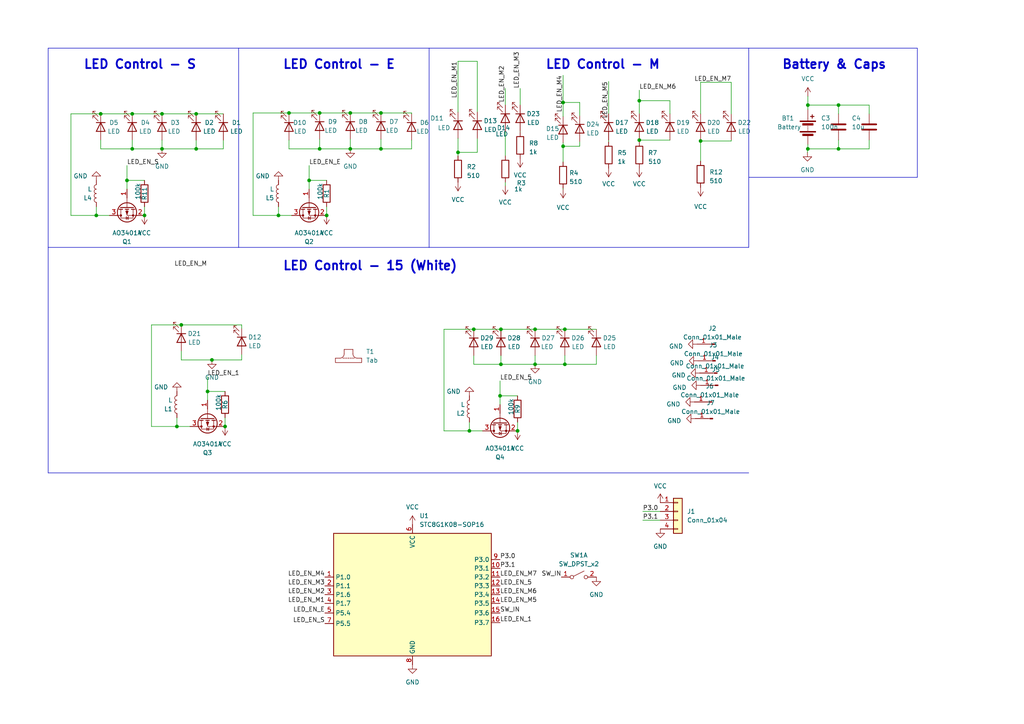
<source format=kicad_sch>
(kicad_sch (version 20230121) (generator eeschema)
  (paper "A4")
  (title_block (title "SEM15"))
  (lib_symbols
    (symbol "Connector:Conn_01x01_Male" (pin_names (offset 1.016) hide)
      (property "Reference" "J" (at 0 2.54 0))
      (property "Value" "Conn_01x01_Male" (at 0 -2.54 0))
      (symbol "Conn_01x01_Male_1_1"
        (polyline (pts (xy 1.27 0) (xy 0.8636 0)) (stroke (width 0.1524)))
        (rectangle (start 0.8636 0.127) (end 0 -0.127) (stroke (width 0.1524)) (fill (type outline)))
        (pin passive line (at 5.08 0 180) (length 3.81) (name "Pin_1") (number "1"))
      )
    )
    (symbol "Connector_Generic:Conn_01x04" (pin_names (offset 1.016) hide)
      (property "Reference" "J" (at 0 5.08 0))
      (property "Value" "Conn_01x04" (at 0 -7.62 0))
      (symbol "Conn_01x04_1_1"
        (rectangle (start -1.27 -4.953) (end 0 -5.207) (stroke (width 0.1524)))
        (rectangle (start -1.27 -2.413) (end 0 -2.667) (stroke (width 0.1524)))
        (rectangle (start -1.27 0.127) (end 0 -0.127) (stroke (width 0.1524)))
        (rectangle (start -1.27 2.667) (end 0 2.413) (stroke (width 0.1524)))
        (rectangle (start -1.27 3.81) (end 1.27 -6.35) (stroke (width 0.254)) (fill (type background)))
        (pin passive line (at -5.08 2.54 0) (length 3.81) (name "Pin_1") (number "1"))
        (pin passive line (at -5.08 0 0) (length 3.81) (name "Pin_2") (number "2"))
        (pin passive line (at -5.08 -2.54 0) (length 3.81) (name "Pin_3") (number "3"))
        (pin passive line (at -5.08 -5.08 0) (length 3.81) (name "Pin_4") (number "4"))
      )
    )
    (symbol "Device:Battery" (pin_numbers hide) (pin_names (offset 0) hide)
      (property "Reference" "BT" (at 2.54 2.54 0))
      (property "Value" "Battery" (at 2.54 0 0))
      (symbol "Battery_0_1"
        (rectangle (start -2.286 -1.27) (end 2.286 -1.524) (fill (type outline)))
        (rectangle (start -2.286 1.778) (end 2.286 1.524) (fill (type outline)))
        (rectangle (start -1.524 -2.032) (end 1.524 -2.54) (fill (type outline)))
        (rectangle (start -1.524 1.016) (end 1.524 0.508) (fill (type outline)))
        (polyline (pts (xy 0 -1.016) (xy 0 -0.762)))
        (polyline (pts (xy 0 -0.508) (xy 0 -0.254)))
        (polyline (pts (xy 0 0) (xy 0 0.254)))
        (polyline (pts (xy 0 1.778) (xy 0 2.54)))
        (polyline (pts (xy 0.762 3.048) (xy 1.778 3.048)) (stroke (width 0.254)))
        (polyline (pts (xy 1.27 3.556) (xy 1.27 2.54)) (stroke (width 0.254)))
      )
      (symbol "Battery_1_1"
        (pin passive line (at 0 5.08 270) (length 2.54) (name "+") (number "1"))
        (pin passive line (at 0 -5.08 90) (length 2.54) (name "-") (number "2"))
      )
    )
    (symbol "Device:C" (pin_numbers hide) (pin_names (offset 0.254))
      (property "Reference" "C" (at 0.635 2.54 0))
      (property "Value" "C" (at 0.635 -2.54 0))
      (symbol "C_0_1"
        (polyline (pts (xy -2.032 -0.762) (xy 2.032 -0.762)) (stroke (width 0.508)))
        (polyline (pts (xy -2.032 0.762) (xy 2.032 0.762)) (stroke (width 0.508)))
      )
      (symbol "C_1_1"
        (pin passive line (at 0 3.81 270) (length 2.794) (name "~") (number "1"))
        (pin passive line (at 0 -3.81 90) (length 2.794) (name "~") (number "2"))
      )
    )
    (symbol "Device:L" (pin_numbers hide) (pin_names (offset 1.016) hide)
      (property "Reference" "L" (at -1.27 0 90))
      (property "Value" "L" (at 1.905 0 90))
      (symbol "L_0_1"
        (arc (start 0 -2.54) (mid 0.6323 -1.905) (end 0 -1.27))
        (arc (start 0 -1.27) (mid 0.6323 -0.635) (end 0 0))
        (arc (start 0 0) (mid 0.6323 0.635) (end 0 1.27))
        (arc (start 0 1.27) (mid 0.6323 1.905) (end 0 2.54))
      )
      (symbol "L_1_1"
        (pin passive line (at 0 3.81 270) (length 1.27) (name "1") (number "1"))
        (pin passive line (at 0 -3.81 90) (length 1.27) (name "2") (number "2"))
      )
    )
    (symbol "Device:LED" (pin_numbers hide) (pin_names (offset 1.016) hide)
      (property "Reference" "D" (at 0 2.54 0))
      (property "Value" "LED" (at 0 -2.54 0))
      (symbol "LED_0_1"
        (polyline (pts (xy -1.27 -1.27) (xy -1.27 1.27)) (stroke (width 0.254)))
        (polyline (pts (xy -1.27 0) (xy 1.27 0)))
        (polyline (pts (xy 1.27 -1.27) (xy 1.27 1.27) (xy -1.27 0) (xy 1.27 -1.27)) (stroke (width 0.254)))
        (polyline (pts (xy -3.048 -0.762) (xy -4.572 -2.286) (xy -3.81 -2.286) (xy -4.572 -2.286) (xy -4.572 -1.524)))
        (polyline (pts (xy -1.778 -0.762) (xy -3.302 -2.286) (xy -2.54 -2.286) (xy -3.302 -2.286) (xy -3.302 -1.524)))
      )
      (symbol "LED_1_1"
        (pin passive line (at -3.81 0 0) (length 2.54) (name "K") (number "1"))
        (pin passive line (at 3.81 0 180) (length 2.54) (name "A") (number "2"))
      )
    )
    (symbol "Device:R" (pin_numbers hide) (pin_names (offset 0))
      (property "Reference" "R" (at 2.032 0 90))
      (property "Value" "R" (at 0 0 90))
      (symbol "R_0_1"
        (rectangle (start -1.016 -2.54) (end 1.016 2.54) (stroke (width 0.254)))
      )
      (symbol "R_1_1"
        (pin passive line (at 0 3.81 270) (length 1.27) (name "~") (number "1"))
        (pin passive line (at 0 -3.81 90) (length 1.27) (name "~") (number "2"))
      )
    )
    (symbol "Switch:SW_DPST_x2" (pin_names (offset 0) hide)
      (property "Reference" "SW" (at 0 3.175 0))
      (property "Value" "SW_DPST_x2" (at 0 -2.54 0))
      (symbol "SW_DPST_x2_0_0"
        (circle (center -2.032 0) (radius 0.508))
        (polyline (pts (xy -1.524 0.254) (xy 1.524 1.778)))
        (circle (center 2.032 0) (radius 0.508))
      )
      (symbol "SW_DPST_x2_1_1"
        (pin passive line (at -5.08 0 0) (length 2.54) (name "A") (number "1"))
        (pin passive line (at 5.08 0 180) (length 2.54) (name "B") (number "2"))
      )
      (symbol "SW_DPST_x2_2_1"
        (pin passive line (at -5.08 0 0) (length 2.54) (name "A") (number "3"))
        (pin passive line (at 5.08 0 180) (length 2.54) (name "B") (number "4"))
      )
    )
    (symbol "Transistor_FET:AO3401A" (pin_names hide)
      (property "Reference" "Q" (at 5.08 1.905 0))
      (property "Value" "AO3401A" (at 5.08 0 0))
      (symbol "AO3401A_0_1"
        (polyline (pts (xy 0.254 0) (xy -2.54 0)))
        (polyline (pts (xy 0.254 1.905) (xy 0.254 -1.905)) (stroke (width 0.254)))
        (polyline (pts (xy 0.762 -1.27) (xy 0.762 -2.286)) (stroke (width 0.254)))
        (polyline (pts (xy 0.762 0.508) (xy 0.762 -0.508)) (stroke (width 0.254)))
        (polyline (pts (xy 0.762 2.286) (xy 0.762 1.27)) (stroke (width 0.254)))
        (polyline (pts (xy 2.54 2.54) (xy 2.54 1.778)))
        (polyline (pts (xy 2.54 -2.54) (xy 2.54 0) (xy 0.762 0)))
        (polyline (pts (xy 0.762 1.778) (xy 3.302 1.778) (xy 3.302 -1.778) (xy 0.762 -1.778)))
        (polyline (pts (xy 2.286 0) (xy 1.27 0.381) (xy 1.27 -0.381) (xy 2.286 0)) (fill (type outline)))
        (polyline (pts (xy 2.794 -0.508) (xy 2.921 -0.381) (xy 3.683 -0.381) (xy 3.81 -0.254)))
        (polyline (pts (xy 3.302 -0.381) (xy 2.921 0.254) (xy 3.683 0.254) (xy 3.302 -0.381)))
        (circle (center 1.651 0) (radius 2.794) (stroke (width 0.254)))
        (circle (center 2.54 -1.778) (radius 0.254) (fill (type outline)))
        (circle (center 2.54 1.778) (radius 0.254) (fill (type outline)))
      )
      (symbol "AO3401A_1_1"
        (pin input line (at -5.08 0 0) (length 2.54) (name "G") (number "1"))
        (pin passive line (at 2.54 -5.08 90) (length 2.54) (name "S") (number "2"))
        (pin passive line (at 2.54 5.08 270) (length 2.54) (name "D") (number "3"))
      )
    )
    (symbol "karifa:STC8G1K08-SOP16"
      (property "Reference" "U" (at -22.86 19.05 0))
      (property "Value" "STC8G1K08-SOP16" (at 1.27 19.05 0))
      (symbol "STC8G1K08-SOP16_0_1"
        (rectangle (start -22.86 17.78) (end 22.86 -17.78) (stroke (width 0.254)) (fill (type background)))
      )
      (symbol "STC8G1K08-SOP16_1_1"
        (pin bidirectional line (at -25.4 5.08 0) (length 2.54) (name "P1.0") (number "1"))
        (pin bidirectional line (at 25.4 7.62 180) (length 2.54) (name "P3.1") (number "10"))
        (pin bidirectional line (at 25.4 5.08 180) (length 2.54) (name "P3.2") (number "11"))
        (pin bidirectional line (at 25.4 2.54 180) (length 2.54) (name "P3.3") (number "12"))
        (pin bidirectional line (at 25.4 0 180) (length 2.54) (name "P3.4") (number "13"))
        (pin bidirectional line (at 25.4 -2.54 180) (length 2.54) (name "P3.5") (number "14"))
        (pin bidirectional line (at 25.4 -5.334 180) (length 2.54) (name "P3.6") (number "15"))
        (pin bidirectional line (at 25.4 -8.128 180) (length 2.54) (name "P3.7") (number "16"))
        (pin bidirectional line (at -25.4 2.54 0) (length 2.54) (name "P1.1") (number "2"))
        (pin bidirectional line (at -25.4 0 0) (length 2.54) (name "P1.6") (number "3"))
        (pin bidirectional line (at -25.4 -2.54 0) (length 2.54) (name "P1.7") (number "4"))
        (pin bidirectional line (at -25.4 -5.334 0) (length 2.54) (name "P5.4") (number "5"))
        (pin power_in line (at 0 20.32 270) (length 2.54) (name "VCC") (number "6"))
        (pin bidirectional line (at -25.4 -8.382 0) (length 2.54) (name "P5.5") (number "7"))
        (pin power_in line (at 0 -20.32 90) (length 2.54) (name "GND") (number "8"))
        (pin bidirectional line (at 25.4 10.16 180) (length 2.54) (name "P3.0") (number "9"))
      )
    )
    (symbol "kikit:Tab" (in_bom no)
      (property "Reference" "T" (at 0 3.81 0))
      (property "Value" "Tab" (at 0 -2.54 0))
      (symbol "Tab_0_1"
        (arc (start -2.54 0) (mid -1.642 0.372) (end -1.27 1.27) (stroke (width 0.1524)))
        (circle (center -1.524 0) (radius 0.0762) (stroke (width 0.1524)))
        (circle (center -1.016 0) (radius 0.0762) (stroke (width 0.1524)))
        (circle (center -0.508 0) (radius 0.0762) (stroke (width 0.1524)))
        (polyline (pts (xy -3.81 0) (xy -2.54 0)) (stroke (width 0.1524)))
        (polyline (pts (xy -1.27 1.27) (xy -1.27 2.54)) (stroke (width 0.1524)))
        (polyline (pts (xy 1.27 1.27) (xy 1.27 2.54)) (stroke (width 0.1524)))
        (polyline (pts (xy 1.27 2.54) (xy -1.27 2.54)) (stroke (width 0.1524)))
        (polyline (pts (xy 2.54 0) (xy 3.81 0)) (stroke (width 0.1524)))
        (polyline (pts (xy -3.81 0) (xy -3.81 -1.27) (xy 3.81 -1.27) (xy 3.81 0)) (stroke (width 0.1524)))
        (circle (center 0 0) (radius 0.0762) (stroke (width 0.1524)))
        (circle (center 0.508 0) (radius 0.0762) (stroke (width 0.1524)))
        (circle (center 1.016 0) (radius 0.0762) (stroke (width 0.1524)))
        (arc (start 1.27 1.27) (mid 1.642 0.372) (end 2.54 0) (stroke (width 0.1524)))
        (circle (center 1.524 0) (radius 0.0762) (stroke (width 0.1524)))
      )
    )
    (symbol "power:GND" (power) (pin_names (offset 0))
      (property "Value" "GND" (at 0 -3.81 0))
      (symbol "GND_0_1"
        (polyline (pts (xy 0 0) (xy 0 -1.27) (xy 1.27 -1.27) (xy 0 -2.54) (xy -1.27 -1.27) (xy 0 -1.27)))
      )
      (symbol "GND_1_1"
        (pin power_in line (at 0 0 270) (length 0) hide (name "GND") (number "1"))
      )
    )
    (symbol "power:VCC" (power) (pin_names (offset 0))
      (property "Value" "VCC" (at 0 3.81 0))
      (symbol "VCC_0_1"
        (polyline (pts (xy -0.762 1.27) (xy 0 2.54)))
        (polyline (pts (xy 0 0) (xy 0 2.54)))
        (polyline (pts (xy 0 2.54) (xy 0.762 1.27)))
      )
      (symbol "VCC_1_1"
        (pin power_in line (at 0 0 90) (length 0) hide (name "VCC") (number "1"))
      )
    )
  )
  (junction (at 92.71 43.18))
  (junction (at 41.91 62.484))
  (junction (at 243.205 30.48))
  (junction (at 56.896 33.02))
  (junction (at 132.842 44.196))
  (junction (at 83.82 32.766))
  (junction (at 101.6 43.18))
  (junction (at 163.322 42.418))
  (junction (at 234.315 30.48))
  (junction (at 155.194 105.664))
  (junction (at 52.578 94.234))
  (junction (at 155.194 95.504))
  (junction (at 46.99 33.02))
  (junction (at 29.21 33.02))
  (junction (at 163.83 95.504))
  (junction (at 80.772 62.484))
  (junction (at 38.354 43.18))
  (junction (at 27.94 62.484))
  (junction (at 60.198 113.538))
  (junction (at 92.71 32.766))
  (junction (at 110.49 32.766))
  (junction (at 185.42 29.21))
  (junction (at 150.114 124.968))
  (junction (at 56.896 43.18))
  (junction (at 89.662 52.324))
  (junction (at 65.278 123.698))
  (junction (at 163.322 29.718))
  (junction (at 61.468 104.394))
  (junction (at 185.42 40.64))
  (junction (at 94.742 62.484))
  (junction (at 234.315 43.18))
  (junction (at 38.354 33.02))
  (junction (at 101.6 32.766))
  (junction (at 110.49 43.18))
  (junction (at 36.83 52.324))
  (junction (at 243.205 43.18))
  (junction (at 163.83 105.664))
  (junction (at 203.2 40.894))
  (junction (at 137.414 95.504))
  (junction (at 145.288 95.504))
  (junction (at 145.288 105.664))
  (junction (at 51.308 123.698))
  (junction (at 136.144 124.968))
  (junction (at 46.99 43.18))
  (junction (at 145.034 114.808))
  (wire (pts (xy 29.21 40.64) (xy 29.21 43.18)))
  (wire (pts (xy 73.406 32.766) (xy 73.406 62.484)))
  (wire (pts (xy 60.198 113.538) (xy 60.198 116.078)))
  (wire (pts (xy 186.436 148.336) (xy 191.516 148.336)))
  (wire (pts (xy 60.198 113.538) (xy 60.198 109.22)))
  (wire (pts (xy 89.662 52.324) (xy 89.662 48.006)))
  (wire (pts (xy 43.942 123.698) (xy 51.308 123.698)))
  (wire (pts (xy 51.308 123.698) (xy 51.308 121.158)))
  (wire (pts (xy 83.82 43.18) (xy 92.71 43.18)))
  (wire (pts (xy 56.896 43.18) (xy 64.77 43.18)))
  (wire (pts (xy 73.406 62.484) (xy 80.772 62.484)))
  (wire (pts (xy 234.315 30.48) (xy 243.205 30.48)))
  (wire (pts (xy 163.83 103.124) (xy 163.83 105.664)))
  (polyline (pts (xy 13.97 71.755) (xy 13.97 137.16)))
  (wire (pts (xy 136.144 124.968) (xy 139.954 124.968)))
  (wire (pts (xy 89.662 52.324) (xy 89.662 54.864)))
  (wire (pts (xy 43.942 94.234) (xy 52.578 94.234)))
  (wire (pts (xy 145.288 103.124) (xy 145.288 105.664)))
  (wire (pts (xy 80.772 62.484) (xy 80.772 59.944)))
  (wire (pts (xy 36.83 52.324) (xy 36.83 48.006)))
  (wire (pts (xy 29.21 33.02) (xy 38.354 33.02)))
  (wire (pts (xy 119.38 40.64) (xy 119.38 43.18)))
  (wire (pts (xy 186.436 150.876) (xy 191.516 150.876)))
  (wire (pts (xy 203.2 23.876) (xy 203.2 33.02)))
  (wire (pts (xy 138.43 44.196) (xy 132.842 44.196)))
  (wire (pts (xy 252.095 30.48) (xy 252.095 33.02)))
  (wire (pts (xy 168.148 33.528) (xy 168.148 29.718)))
  (wire (pts (xy 73.406 32.766) (xy 83.82 32.766)))
  (wire (pts (xy 155.194 95.504) (xy 163.83 95.504)))
  (wire (pts (xy 27.94 62.484) (xy 27.94 59.944)))
  (wire (pts (xy 65.278 123.698) (xy 65.278 121.158)))
  (wire (pts (xy 132.842 17.78) (xy 132.842 32.512)))
  (wire (pts (xy 80.772 62.484) (xy 84.582 62.484)))
  (wire (pts (xy 185.42 40.64) (xy 185.42 41.148)))
  (wire (pts (xy 137.414 105.664) (xy 145.288 105.664)))
  (wire (pts (xy 92.71 32.766) (xy 101.6 32.766)))
  (wire (pts (xy 163.83 95.504) (xy 172.974 95.504)))
  (wire (pts (xy 145.034 114.808) (xy 145.034 117.348)))
  (wire (pts (xy 94.742 62.484) (xy 94.742 59.944)))
  (wire (pts (xy 145.288 95.504) (xy 155.194 95.504)))
  (polyline (pts (xy 13.97 137.16) (xy 217.17 137.16)))
  (wire (pts (xy 145.034 114.808) (xy 145.034 110.49)))
  (wire (pts (xy 163.322 54.61) (xy 163.322 54.864)))
  (wire (pts (xy 27.94 62.484) (xy 31.75 62.484)))
  (wire (pts (xy 137.414 95.504) (xy 145.288 95.504)))
  (wire (pts (xy 163.83 105.664) (xy 172.974 105.664)))
  (wire (pts (xy 243.205 30.48) (xy 252.095 30.48)))
  (wire (pts (xy 212.09 33.02) (xy 212.09 23.876)))
  (wire (pts (xy 20.574 62.484) (xy 20.574 33.02)))
  (wire (pts (xy 194.31 33.02) (xy 194.31 29.21)))
  (wire (pts (xy 65.278 113.538) (xy 60.198 113.538)))
  (wire (pts (xy 128.778 124.968) (xy 136.144 124.968)))
  (wire (pts (xy 110.49 32.766) (xy 119.38 32.766)))
  (wire (pts (xy 163.322 42.418) (xy 163.322 46.99)))
  (wire (pts (xy 94.742 52.324) (xy 89.662 52.324)))
  (wire (pts (xy 119.38 43.18) (xy 110.49 43.18)))
  (wire (pts (xy 38.354 40.64) (xy 38.354 43.18)))
  (wire (pts (xy 163.322 21.844) (xy 163.322 29.718)))
  (wire (pts (xy 243.205 40.64) (xy 243.205 43.18)))
  (polyline (pts (xy 266.065 51.435) (xy 217.17 51.435)))
  (wire (pts (xy 243.205 30.48) (xy 243.205 33.02)))
  (polyline (pts (xy 124.46 13.97) (xy 124.46 71.755)))
  (wire (pts (xy 83.82 40.64) (xy 83.82 43.18)))
  (wire (pts (xy 29.21 43.18) (xy 38.354 43.18)))
  (wire (pts (xy 185.42 29.21) (xy 185.42 33.02)))
  (wire (pts (xy 212.09 23.876) (xy 203.2 23.876)))
  (wire (pts (xy 41.91 52.324) (xy 36.83 52.324)))
  (wire (pts (xy 83.82 32.766) (xy 92.71 32.766)))
  (wire (pts (xy 56.896 40.64) (xy 56.896 43.18)))
  (wire (pts (xy 176.53 40.64) (xy 176.53 41.148)))
  (wire (pts (xy 52.578 101.854) (xy 52.578 104.394)))
  (wire (pts (xy 150.114 124.968) (xy 150.114 122.428)))
  (wire (pts (xy 150.876 38.354) (xy 150.876 38.1)))
  (wire (pts (xy 172.974 103.124) (xy 172.974 105.664)))
  (wire (pts (xy 137.414 103.124) (xy 137.414 105.664)))
  (wire (pts (xy 46.99 40.64) (xy 46.99 43.18)))
  (wire (pts (xy 185.42 26.162) (xy 185.42 29.21)))
  (polyline (pts (xy 69.215 13.97) (xy 124.46 13.97)))
  (polyline (pts (xy 13.97 71.755) (xy 69.215 71.755)))
  (wire (pts (xy 234.315 27.94) (xy 234.315 30.48)))
  (wire (pts (xy 138.43 40.132) (xy 138.43 44.196)))
  (wire (pts (xy 92.71 40.386) (xy 92.71 43.18)))
  (wire (pts (xy 52.578 94.234) (xy 70.104 94.234)))
  (wire (pts (xy 70.104 94.234) (xy 70.104 95.25)))
  (wire (pts (xy 163.322 41.402) (xy 163.322 42.418)))
  (wire (pts (xy 234.188 43.18) (xy 234.188 44.196)))
  (polyline (pts (xy 13.97 13.97) (xy 13.97 71.755)))
  (wire (pts (xy 20.574 33.02) (xy 29.21 33.02)))
  (wire (pts (xy 163.322 29.718) (xy 163.322 33.782)))
  (wire (pts (xy 83.82 33.02) (xy 83.82 32.766)))
  (wire (pts (xy 128.778 124.968) (xy 128.778 95.504)))
  (wire (pts (xy 168.148 29.718) (xy 163.322 29.718)))
  (wire (pts (xy 194.31 29.21) (xy 185.42 29.21)))
  (wire (pts (xy 234.315 43.18) (xy 243.205 43.18)))
  (wire (pts (xy 155.194 103.124) (xy 155.194 105.664)))
  (wire (pts (xy 163.322 42.418) (xy 168.148 42.418)))
  (wire (pts (xy 92.71 43.18) (xy 101.6 43.18)))
  (polyline (pts (xy 124.46 71.755) (xy 69.215 71.755)))
  (wire (pts (xy 146.558 25.654) (xy 146.558 30.48)))
  (polyline (pts (xy 217.17 71.755) (xy 217.17 13.97)))
  (polyline (pts (xy 13.97 13.97) (xy 69.215 13.97)))
  (wire (pts (xy 203.2 40.64) (xy 203.2 40.894)))
  (wire (pts (xy 203.2 40.894) (xy 203.2 46.736)))
  (wire (pts (xy 252.095 40.64) (xy 252.095 43.18)))
  (wire (pts (xy 46.99 33.02) (xy 56.896 33.02)))
  (wire (pts (xy 150.876 25.654) (xy 150.876 30.48)))
  (wire (pts (xy 203.2 40.894) (xy 212.09 40.894)))
  (wire (pts (xy 20.574 62.484) (xy 27.94 62.484)))
  (wire (pts (xy 132.842 17.78) (xy 138.43 17.78)))
  (wire (pts (xy 146.558 52.832) (xy 146.558 53.848)))
  (wire (pts (xy 110.49 40.386) (xy 110.49 43.18)))
  (wire (pts (xy 52.578 104.394) (xy 61.468 104.394)))
  (wire (pts (xy 101.6 32.766) (xy 110.49 32.766)))
  (wire (pts (xy 138.43 17.78) (xy 138.43 32.512)))
  (wire (pts (xy 101.6 40.386) (xy 101.6 43.18)))
  (polyline (pts (xy 217.17 13.97) (xy 124.46 13.97)))
  (wire (pts (xy 234.315 31.75) (xy 234.315 30.48)))
  (wire (pts (xy 38.354 33.02) (xy 46.99 33.02)))
  (wire (pts (xy 136.144 124.968) (xy 136.144 122.428)))
  (wire (pts (xy 43.942 123.698) (xy 43.942 94.234)))
  (wire (pts (xy 46.99 43.18) (xy 56.896 43.18)))
  (polyline (pts (xy 266.065 13.97) (xy 266.065 51.435)))
  (wire (pts (xy 168.148 42.418) (xy 168.148 41.148)))
  (polyline (pts (xy 69.215 71.755) (xy 69.215 13.97)))
  (wire (pts (xy 132.842 45.212) (xy 132.842 44.196)))
  (polyline (pts (xy 124.46 71.755) (xy 217.17 71.755)))
  (wire (pts (xy 146.558 38.1) (xy 146.558 45.212)))
  (wire (pts (xy 64.77 40.64) (xy 64.77 43.18)))
  (wire (pts (xy 185.42 40.64) (xy 194.31 40.64)))
  (wire (pts (xy 132.842 44.196) (xy 132.842 40.132)))
  (wire (pts (xy 110.49 43.18) (xy 101.6 43.18)))
  (polyline (pts (xy 217.17 13.97) (xy 266.065 13.97)))
  (wire (pts (xy 212.09 40.64) (xy 212.09 40.894)))
  (wire (pts (xy 38.354 43.18) (xy 46.99 43.18)))
  (wire (pts (xy 145.288 105.664) (xy 155.194 105.664)))
  (wire (pts (xy 243.205 43.18) (xy 252.095 43.18)))
  (wire (pts (xy 155.194 105.664) (xy 163.83 105.664)))
  (wire (pts (xy 41.91 62.484) (xy 41.91 59.944)))
  (wire (pts (xy 234.188 43.18) (xy 234.315 43.18)))
  (wire (pts (xy 128.778 95.504) (xy 137.414 95.504)))
  (wire (pts (xy 234.315 43.18) (xy 234.315 41.91)))
  (wire (pts (xy 176.53 23.622) (xy 176.53 33.02)))
  (wire (pts (xy 70.104 102.87) (xy 70.104 104.394)))
  (wire (pts (xy 51.308 123.698) (xy 55.118 123.698)))
  (wire (pts (xy 150.114 114.808) (xy 145.034 114.808)))
  (wire (pts (xy 56.896 33.02) (xy 64.77 33.02)))
  (wire (pts (xy 61.468 104.394) (xy 70.104 104.394)))
  (wire (pts (xy 119.38 33.02) (xy 119.38 32.766)))
  (wire (pts (xy 36.83 52.324) (xy 36.83 54.864)))
  (text "LED Control - S" (at 24.13 20.32 0) (effects (font (size 2.56 2.56) (thickness 0.512) bold) (justify left bottom)))
  (text "LED Control - E\n" (at 81.915 20.32 0) (effects (font (size 2.56 2.56) (thickness 0.512) bold) (justify left bottom)))
  (text "LED Control - M" (at 158.115 20.32 0) (effects (font (size 2.56 2.56) (thickness 0.512) bold) (justify left bottom)))
  (text "Battery & Caps" (at 226.695 20.32 0) (effects (font (size 2.56 2.56) (thickness 0.512) bold) (justify left bottom)))
  (text "LED Control - 15 (White)" (at 81.915 78.74 0) (effects (font (size 2.56 2.56) (thickness 0.512) bold) (justify left bottom)))
  (label "LED_EN_M7" (at 212.09 23.876 180))
  (label "SW_IN" (at 162.814 167.386 180))
  (label "LED_EN_5" (at 145.034 169.926 0))
  (label "P3.1" (at 186.436 150.876 0))
  (label "P3.0" (at 145.034 162.306 0))
  (label "SW_IN" (at 145.034 177.8 0))
  (label "LED_EN_M5" (at 145.034 175.006 0))
  (label "LED_EN_M3" (at 150.876 25.654 90))
  (label "LED_EN_S" (at 36.83 48.006 0))
  (label "LED_EN_M1" (at 94.234 175.006 180))
  (label "LED_EN_M6" (at 185.42 26.162 0))
  (label "LED_EN_M4" (at 163.322 21.844 270))
  (label "LED_EN_M4" (at 94.234 167.386 180))
  (label "P3.1" (at 145.034 164.846 0))
  (label "LED_EN_M1" (at 132.842 17.78 270))
  (label "LED_EN_M2" (at 146.558 29.718 90))
  (label "P3.0" (at 186.436 148.336 0))
  (label "LED_EN_M3" (at 94.234 169.926 180))
  (label "LED_EN_M7" (at 145.034 167.386 0))
  (label "LED_EN_M" (at 50.546 77.47 0))
  (label "LED_EN_S" (at 94.234 180.848 180))
  (label "LED_EN_E" (at 89.662 48.006 0))
  (label "LED_EN_M6" (at 145.034 172.466 0))
  (label "LED_EN_E" (at 94.234 177.8 180))
  (label "LED_EN_1" (at 145.034 180.594 0))
  (label "LED_EN_M2" (at 94.234 172.466 180))
  (label "LED_EN_1" (at 60.198 109.22 0))
  (label "LED_EN_5" (at 145.034 110.49 0))
  (label "LED_EN_M5" (at 176.53 23.622 270))
  (symbol (lib_id "power:VCC") (at 191.516 145.796 0) (unit 1)
    (property "Reference" "#PWR011" (effects hide))
    (property "Value" "VCC" (at 191.516 140.97 0))
  )
  (symbol (lib_id "Device:LED") (at 176.53 36.83 270) (unit 1)
    (property "Reference" "D17" (at 180.34 35.56 90))
    (property "Value" "LED" (at 180.34 38.1 90))
    (property "Footprint" "LED_SMD:LED_0805_2012Metric" (effects hide))
  )
  (symbol (lib_id "Connector:Conn_01x01_Male") (at 207.264 99.822 180) (unit 1)
    (property "Reference" "J2" (at 206.629 95.25 0))
    (property "Value" "Conn_01x01_Male" (at 206.629 97.79 0))
    (property "Footprint" "Connector_PinHeader_2.54mm:PinHeader_1x01_P2.54mm_Vertical" (effects hide))
  )
  (symbol (lib_id "power:GND") (at 201.422 116.586 270) (unit 1)
    (property "Reference" "#PWR030" (effects hide))
    (property "Value" "GND" (at 197.358 117.221 90) (effects (justify right)))
  )
  (symbol (lib_id "power:VCC") (at 176.53 48.768 180) (unit 1)
    (property "Reference" "#PWR019" (effects hide))
    (property "Value" "VCC" (at 176.53 53.34 0))
  )
  (symbol (lib_id "power:GND") (at 202.184 99.822 270) (unit 1)
    (property "Reference" "#PWR032" (effects hide))
    (property "Value" "GND" (at 198.12 100.457 90) (effects (justify right)))
  )
  (symbol (lib_id "power:VCC") (at 163.322 54.864 180) (unit 1)
    (property "Reference" "#PWR017" (effects hide))
    (property "Value" "VCC" (at 163.322 60.198 0))
  )
  (symbol (lib_id "power:GND") (at 101.6 43.18 0) (unit 1)
    (property "Reference" "#PWR08" (effects hide))
    (property "Value" "GND" (at 101.6 48.26 0))
  )
  (symbol (lib_id "Device:LED") (at 46.99 36.83 270) (unit 1)
    (property "Reference" "D3" (at 50.8 35.56 90))
    (property "Value" "LED" (at 50.4825 38.1 90))
    (property "Footprint" "LED_SMD:LED_0805_2012Metric" (effects hide))
  )
  (symbol (lib_id "power:VCC") (at 146.558 53.848 180) (unit 1)
    (property "Reference" "#PWR012" (effects hide))
    (property "Value" "VCC" (at 146.558 58.674 0))
  )
  (symbol (lib_id "power:GND") (at 191.516 153.416 0) (unit 1)
    (property "Reference" "#PWR023" (effects hide))
    (property "Value" "GND" (at 191.516 158.496 0))
  )
  (symbol (lib_id "power:VCC") (at 94.742 62.484 180) (unit 1)
    (property "Reference" "#PWR06" (effects hide))
    (property "Value" "VCC" (at 94.742 67.564 0))
  )
  (symbol (lib_id "power:GND") (at 201.676 121.412 270) (unit 1)
    (property "Reference" "#PWR031" (effects hide))
    (property "Value" "GND" (at 197.612 122.047 90) (effects (justify right)))
  )
  (symbol (lib_id "power:GND") (at 136.144 114.808 180) (unit 1)
    (property "Reference" "#PWR013" (effects hide))
    (property "Value" "GND" (at 133.604 113.5381 0) (effects (justify left)))
  )
  (symbol (lib_id "Transistor_FET:AO3401A") (at 89.662 59.944 90) (mirror x) (unit 1)
    (property "Reference" "Q2" (at 89.662 70.104 90))
    (property "Value" "AO3401A" (at 89.662 67.564 90))
    (property "Footprint" "sajat:SOT-23" (effects hide))
    (property "Datasheet" "http://www.aosmd.com/pdfs/datasheet/AO3401A.pdf" (effects hide))
  )
  (symbol (lib_id "Device:LED") (at 83.82 36.83 270) (unit 1)
    (property "Reference" "D10" (at 88.9 35.56 90) (effects (justify right)))
    (property "Value" "LED" (at 88.9 38.1 90) (effects (justify right)))
    (property "Footprint" "LED_SMD:LED_0805_2012Metric" (effects hide))
  )
  (symbol (lib_id "Device:LED") (at 138.43 36.322 270) (unit 1)
    (property "Reference" "D13" (at 142.24 35.052 90))
    (property "Value" "LED" (at 142.24 37.592 90))
    (property "Footprint" "LED_SMD:LED_0805_2012Metric" (effects hide))
  )
  (symbol (lib_id "Device:LED") (at 146.558 34.29 270) (unit 1)
    (property "Reference" "D14" (at 146.05 37.084 90))
    (property "Value" "LED" (at 145.542 38.862 90))
    (property "Footprint" "LED_SMD:LED_0805_2012Metric" (effects hide))
  )
  (symbol (lib_id "Device:R") (at 132.842 49.022 0) (unit 1)
    (property "Reference" "R2" (at 135.382 48.387 0) (effects (justify left)))
    (property "Value" "510" (at 135.382 50.927 0) (effects (justify left)))
    (property "Footprint" "Resistor_SMD:R_0603_1608Metric" (effects hide))
  )
  (symbol (lib_id "power:VCC") (at 65.278 123.698 180) (unit 1)
    (property "Reference" "#PWR09" (effects hide))
    (property "Value" "VCC" (at 65.278 128.778 0))
  )
  (symbol (lib_id "Device:R") (at 41.91 56.134 180) (unit 1)
    (property "Reference" "R11" (at 41.91 56.134 90))
    (property "Value" "100k" (at 40.005 55.499 90))
    (property "Footprint" "Resistor_SMD:R_0603_1608Metric" (effects hide))
  )
  (symbol (lib_id "Device:L") (at 80.772 56.134 180) (unit 1)
    (property "Reference" "L5" (at 79.502 57.4041 0) (effects (justify left)))
    (property "Value" "L" (at 79.502 54.8641 0) (effects (justify left)))
    (property "Footprint" "Inductor_SMD:L_1008_2520Metric" (effects hide))
  )
  (symbol (lib_id "Device:LED") (at 137.414 99.314 270) (unit 1)
    (property "Reference" "D29" (at 141.224 98.044 90))
    (property "Value" "LED" (at 141.224 100.584 90))
    (property "Footprint" "LED_SMD:LED_0805_2012Metric" (effects hide))
  )
  (symbol (lib_id "power:GND") (at 202.438 104.648 270) (unit 1)
    (property "Reference" "#PWR027" (effects hide))
    (property "Value" "GND" (at 198.374 105.283 90) (effects (justify right)))
  )
  (symbol (lib_id "Device:LED") (at 64.77 36.83 270) (unit 1)
    (property "Reference" "D1" (at 68.58 35.56 90))
    (property "Value" "LED" (at 68.58 38.1 90))
    (property "Footprint" "LED_SMD:LED_0805_2012Metric" (effects hide))
  )
  (symbol (lib_id "Device:LED") (at 38.354 36.83 270) (unit 1)
    (property "Reference" "D4" (at 42.164 35.56 90))
    (property "Value" "LED" (at 42.164 38.1 90))
    (property "Footprint" "LED_SMD:LED_0805_2012Metric" (effects hide))
  )
  (symbol (lib_id "Device:LED") (at 92.71 36.576 270) (unit 1)
    (property "Reference" "D9" (at 97.79 35.306 90) (effects (justify right)))
    (property "Value" "LED" (at 97.79 37.846 90) (effects (justify right)))
    (property "Footprint" "LED_SMD:LED_0805_2012Metric" (effects hide))
  )
  (symbol (lib_id "power:GND") (at 202.946 108.204 270) (unit 1)
    (property "Reference" "#PWR028" (effects hide))
    (property "Value" "GND" (at 198.882 108.839 90) (effects (justify right)))
  )
  (symbol (lib_id "kikit:Tab") (at 101.092 103.886 0) (unit 1) (in_bom no)
    (property "Reference" "T1" (at 106.172 101.9809 0) (effects (justify left)))
    (property "Value" "Tab" (at 106.172 104.5209 0) (effects (justify left)))
    (property "Footprint" "kikit:Tab" (effects hide))
  )
  (symbol (lib_id "Device:L") (at 136.144 118.618 180) (unit 1)
    (property "Reference" "L2" (at 134.874 119.8881 0) (effects (justify left)))
    (property "Value" "L" (at 134.874 117.3481 0) (effects (justify left)))
    (property "Footprint" "Inductor_SMD:L_1008_2520Metric" (effects hide))
  )
  (symbol (lib_id "power:GND") (at 155.194 105.664 0) (unit 1)
    (property "Reference" "#PWR018" (effects hide))
    (property "Value" "GND" (at 155.194 110.744 0))
  )
  (symbol (lib_id "karifa:STC8G1K08-SOP16") (at 119.634 172.466 0) (unit 1)
    (property "Reference" "U1" (at 121.6534 149.606 0) (effects (justify left)))
    (property "Value" "STC8G1K08-SOP16" (at 121.6534 152.146 0) (effects (justify left)))
    (property "Footprint" "Package_SO:STC_SOP-16_3.9x9.9mm_P1.27mm" (effects hide))
  )
  (symbol (lib_id "Connector_Generic:Conn_01x04") (at 196.596 148.336 0) (unit 1)
    (property "Reference" "J1" (at 199.263 148.3359 0) (effects (justify left)))
    (property "Value" "Conn_01x04" (at 199.263 150.8759 0) (effects (justify left)))
    (property "Footprint" "Connector_PinHeader_1.27mm:PinHeader_1x04_P1.27mm_Vertical" (effects hide))
  )
  (symbol (lib_id "Connector:Conn_01x01_Male") (at 207.518 104.648 180) (unit 1)
    (property "Reference" "J3" (at 206.883 100.076 0))
    (property "Value" "Conn_01x01_Male" (at 206.883 102.616 0))
    (property "Footprint" "Connector_PinHeader_2.54mm:PinHeader_1x01_P2.54mm_Vertical" (effects hide))
  )
  (symbol (lib_id "power:GND") (at 172.974 167.386 0) (unit 1)
    (property "Reference" "#PWR022" (effects hide))
    (property "Value" "GND" (at 172.974 172.466 0))
  )
  (symbol (lib_id "Device:R") (at 94.742 56.134 180) (unit 1)
    (property "Reference" "R1" (at 94.742 56.134 90))
    (property "Value" "100k" (at 92.837 55.499 90))
    (property "Footprint" "Resistor_SMD:R_0603_1608Metric" (effects hide))
  )
  (symbol (lib_id "Device:LED") (at 172.974 99.314 270) (unit 1)
    (property "Reference" "D25" (at 176.784 98.044 90))
    (property "Value" "LED" (at 176.784 100.584 90))
    (property "Footprint" "LED_SMD:LED_0805_2012Metric" (effects hide))
  )
  (symbol (lib_id "Device:L") (at 51.308 117.348 180) (unit 1)
    (property "Reference" "L1" (at 50.038 118.6181 0) (effects (justify left)))
    (property "Value" "L" (at 50.038 116.0781 0) (effects (justify left)))
    (property "Footprint" "Inductor_SMD:L_1008_2520Metric" (effects hide))
  )
  (symbol (lib_id "Connector:Conn_01x01_Male") (at 206.502 116.586 180) (unit 1)
    (property "Reference" "J6" (at 205.867 112.014 0))
    (property "Value" "Conn_01x01_Male" (at 205.867 114.554 0))
    (property "Footprint" "Connector_PinHeader_2.54mm:PinHeader_1x01_P2.54mm_Vertical" (effects hide))
  )
  (symbol (lib_id "power:VCC") (at 150.876 45.974 180) (unit 1)
    (property "Reference" "#PWR024" (effects hide))
    (property "Value" "VCC" (at 150.876 50.8 0))
  )
  (symbol (lib_id "power:VCC") (at 185.42 48.768 180) (unit 1)
    (property "Reference" "#PWR020" (effects hide))
    (property "Value" "VCC" (at 185.42 53.34 0))
  )
  (symbol (lib_id "Device:LED") (at 212.09 36.83 270) (unit 1)
    (property "Reference" "D22" (at 215.9 35.56 90))
    (property "Value" "LED" (at 215.9 38.1 90))
    (property "Footprint" "LED_SMD:LED_0805_2012Metric" (effects hide))
  )
  (symbol (lib_id "Transistor_FET:AO3401A") (at 145.034 122.428 90) (mirror x) (unit 1)
    (property "Reference" "Q4" (at 145.034 132.588 90))
    (property "Value" "AO3401A" (at 145.034 130.048 90))
    (property "Footprint" "sajat:SOT-23" (effects hide))
    (property "Datasheet" "http://www.aosmd.com/pdfs/datasheet/AO3401A.pdf" (effects hide))
  )
  (symbol (lib_id "power:GND") (at 203.2 111.76 270) (unit 1)
    (property "Reference" "#PWR029" (effects hide))
    (property "Value" "GND" (at 199.136 112.395 90) (effects (justify right)))
  )
  (symbol (lib_id "power:GND") (at 80.772 52.324 180) (unit 1)
    (property "Reference" "#PWR02" (effects hide))
    (property "Value" "GND" (at 78.232 51.0541 0) (effects (justify left)))
  )
  (symbol (lib_id "Device:R") (at 65.278 117.348 180) (unit 1)
    (property "Reference" "R6" (at 65.278 117.348 90))
    (property "Value" "100k" (at 63.373 116.713 90))
    (property "Footprint" "Resistor_SMD:R_0603_1608Metric" (effects hide))
  )
  (symbol (lib_id "power:GND") (at 234.188 44.196 0) (unit 1)
    (property "Reference" "#PWR021" (effects hide))
    (property "Value" "GND" (at 234.188 49.276 0))
  )
  (symbol (lib_id "Device:LED") (at 185.42 36.83 270) (unit 1)
    (property "Reference" "D18" (at 189.23 35.56 90))
    (property "Value" "LED" (at 189.23 38.1 90))
    (property "Footprint" "LED_SMD:LED_0805_2012Metric" (effects hide))
  )
  (symbol (lib_id "Device:LED") (at 119.38 36.83 270) (unit 1)
    (property "Reference" "D6" (at 124.46 35.56 90) (effects (justify right)))
    (property "Value" "LED" (at 124.46 38.1 90) (effects (justify right)))
    (property "Footprint" "LED_SMD:LED_0805_2012Metric" (effects hide))
  )
  (symbol (lib_id "Device:LED") (at 194.31 36.83 270) (unit 1)
    (property "Reference" "D19" (at 198.12 35.56 90))
    (property "Value" "LED" (at 198.12 38.1 90))
    (property "Footprint" "LED_SMD:LED_0805_2012Metric" (effects hide))
  )
  (symbol (lib_id "Switch:SW_DPST_x2") (at 167.894 167.386 0) (unit 1)
    (property "Reference" "SW1" (at 167.894 161.036 0))
    (property "Value" "SW_DPST_x2" (at 167.894 163.576 0))
    (property "Footprint" "sajat:magasgomb" (effects hide))
  )
  (symbol (lib_id "Device:LED") (at 163.322 37.592 270) (unit 1)
    (property "Reference" "D15" (at 160.274 37.338 90))
    (property "Value" "LED" (at 160.274 39.878 90))
    (property "Footprint" "LED_SMD:LED_0805_2012Metric" (effects hide))
  )
  (symbol (lib_id "Device:Battery") (at 234.315 36.83 0) (unit 1)
    (property "Reference" "BT1" (at 226.695 34.29 0) (effects (justify left)))
    (property "Value" "Battery" (at 225.425 36.83 0) (effects (justify left)))
    (property "Footprint" "karifa:CR2032_Holder" (effects hide))
  )
  (symbol (lib_id "Device:LED") (at 163.83 99.314 270) (unit 1)
    (property "Reference" "D26" (at 167.64 98.044 90))
    (property "Value" "LED" (at 167.64 100.584 90))
    (property "Footprint" "LED_SMD:LED_0805_2012Metric" (effects hide))
  )
  (symbol (lib_id "Device:R") (at 185.42 44.958 0) (unit 1)
    (property "Reference" "R7" (at 187.96 44.323 0) (effects (justify left)))
    (property "Value" "510" (at 187.96 46.863 0) (effects (justify left)))
    (property "Footprint" "Resistor_SMD:R_0603_1608Metric" (effects hide))
  )
  (symbol (lib_id "power:GND") (at 46.99 43.18 0) (unit 1)
    (property "Reference" "#PWR05" (effects hide))
    (property "Value" "GND" (at 46.99 48.26 0))
  )
  (symbol (lib_id "Device:LED") (at 168.148 37.338 270) (unit 1)
    (property "Reference" "D24" (at 171.958 36.068 90))
    (property "Value" "LED" (at 171.958 38.608 90))
    (property "Footprint" "LED_SMD:LED_0805_2012Metric" (effects hide))
  )
  (symbol (lib_id "power:VCC") (at 119.634 152.146 0) (unit 1)
    (property "Reference" "#PWR015" (effects hide))
    (property "Value" "VCC" (at 119.634 147.066 0))
  )
  (symbol (lib_id "Device:R") (at 150.114 118.618 180) (unit 1)
    (property "Reference" "R9" (at 150.114 118.618 90))
    (property "Value" "100k" (at 148.209 117.983 90))
    (property "Footprint" "Resistor_SMD:R_0603_1608Metric" (effects hide))
  )
  (symbol (lib_id "power:GND") (at 61.468 104.394 0) (unit 1)
    (property "Reference" "#PWR026" (effects hide))
    (property "Value" "GND" (at 61.468 109.474 0))
  )
  (symbol (lib_id "Device:LED") (at 150.876 34.29 270) (unit 1)
    (property "Reference" "D23" (at 154.686 33.02 90))
    (property "Value" "LED" (at 154.686 35.56 90))
    (property "Footprint" "LED_SMD:LED_0805_2012Metric" (effects hide))
  )
  (symbol (lib_id "power:VCC") (at 132.842 52.832 180) (unit 1)
    (property "Reference" "#PWR010" (effects hide))
    (property "Value" "VCC" (at 132.842 57.912 0))
  )
  (symbol (lib_id "power:VCC") (at 203.2 54.356 180) (unit 1)
    (property "Reference" "#PWR01" (effects hide))
    (property "Value" "VCC" (at 203.2 59.944 0))
  )
  (symbol (lib_id "Device:R") (at 150.876 42.164 0) (unit 1)
    (property "Reference" "R8" (at 153.416 41.529 0) (effects (justify left)))
    (property "Value" "1k" (at 153.416 44.069 0) (effects (justify left)))
    (property "Footprint" "Resistor_SMD:R_0603_1608Metric" (effects hide))
  )
  (symbol (lib_id "Device:C") (at 252.095 36.83 0) (unit 1)
    (property "Reference" "C4" (at 247.015 34.29 0) (effects (justify left)))
    (property "Value" "10u" (at 247.015 36.83 0) (effects (justify left)))
    (property "Footprint" "Capacitor_SMD:C_0805_2012Metric" (effects hide))
  )
  (symbol (lib_id "Device:LED") (at 110.49 36.576 270) (unit 1)
    (property "Reference" "D7" (at 115.57 35.306 90) (effects (justify right)))
    (property "Value" "LED" (at 115.57 37.846 90) (effects (justify right)))
    (property "Footprint" "LED_SMD:LED_0805_2012Metric" (effects hide))
  )
  (symbol (lib_id "Device:L") (at 27.94 56.134 180) (unit 1)
    (property "Reference" "L4" (at 26.67 57.4041 0) (effects (justify left)))
    (property "Value" "L" (at 26.67 54.8641 0) (effects (justify left)))
    (property "Footprint" "Inductor_SMD:L_1008_2520Metric" (effects hide))
  )
  (symbol (lib_id "Device:C") (at 243.205 36.83 0) (unit 1)
    (property "Reference" "C3" (at 238.125 34.29 0) (effects (justify left)))
    (property "Value" "100n" (at 238.125 36.83 0) (effects (justify left)))
    (property "Footprint" "Capacitor_SMD:C_0805_2012Metric" (effects hide))
  )
  (symbol (lib_id "power:GND") (at 51.308 113.538 180) (unit 1)
    (property "Reference" "#PWR07" (effects hide))
    (property "Value" "GND" (at 48.768 112.2681 0) (effects (justify left)))
  )
  (symbol (lib_id "Device:LED") (at 56.896 36.83 270) (unit 1)
    (property "Reference" "D2" (at 60.706 35.56 90))
    (property "Value" "LED" (at 60.706 38.1 90))
    (property "Footprint" "LED_SMD:LED_0805_2012Metric" (effects hide))
  )
  (symbol (lib_id "Device:LED") (at 101.6 36.576 270) (unit 1)
    (property "Reference" "D8" (at 106.68 35.306 90) (effects (justify right)))
    (property "Value" "LED" (at 106.68 37.846 90) (effects (justify right)))
    (property "Footprint" "LED_SMD:LED_0805_2012Metric" (effects hide))
  )
  (symbol (lib_id "Device:R") (at 163.322 50.8 0) (unit 1)
    (property "Reference" "R4" (at 165.1 50.165 0) (effects (justify left)))
    (property "Value" "510" (at 165.1 52.705 0) (effects (justify left)))
    (property "Footprint" "Resistor_SMD:R_0603_1608Metric" (effects hide))
  )
  (symbol (lib_id "power:VCC") (at 41.91 62.484 180) (unit 1)
    (property "Reference" "#PWR04" (effects hide))
    (property "Value" "VCC" (at 41.91 67.564 0))
  )
  (symbol (lib_id "Device:LED") (at 132.842 36.322 270) (unit 1)
    (property "Reference" "D11" (at 126.746 34.29 90))
    (property "Value" "LED" (at 128.778 37.084 90))
    (property "Footprint" "LED_SMD:LED_0805_2012Metric" (effects hide))
  )
  (symbol (lib_id "Device:LED") (at 29.21 36.83 270) (unit 1)
    (property "Reference" "D5" (at 33.02 35.56 90))
    (property "Value" "LED" (at 33.02 38.1 90))
    (property "Footprint" "LED_SMD:LED_0805_2012Metric" (effects hide))
  )
  (symbol (lib_id "Device:LED") (at 203.2 36.83 270) (unit 1)
    (property "Reference" "D20" (at 207.01 35.56 90))
    (property "Value" "LED" (at 207.01 38.1 90))
    (property "Footprint" "LED_SMD:LED_0805_2012Metric" (effects hide))
  )
  (symbol (lib_id "Device:R") (at 203.2 50.546 0) (unit 1)
    (property "Reference" "R12" (at 205.74 49.911 0) (effects (justify left)))
    (property "Value" "510" (at 205.74 52.451 0) (effects (justify left)))
    (property "Footprint" "Resistor_SMD:R_0603_1608Metric" (effects hide))
  )
  (symbol (lib_id "Device:LED") (at 155.194 99.314 270) (unit 1)
    (property "Reference" "D27" (at 159.004 98.044 90))
    (property "Value" "LED" (at 158.6865 100.584 90))
    (property "Footprint" "LED_SMD:LED_0805_2012Metric" (effects hide))
  )
  (symbol (lib_id "power:VCC") (at 234.315 27.94 0) (unit 1)
    (property "Reference" "#PWR025" (effects hide))
    (property "Value" "VCC" (at 234.315 22.86 0))
  )
  (symbol (lib_id "Connector:Conn_01x01_Male") (at 208.026 108.204 180) (unit 1)
    (property "Reference" "J4" (at 207.391 103.632 0))
    (property "Value" "Conn_01x01_Male" (at 207.391 106.172 0))
    (property "Footprint" "Connector_PinHeader_2.54mm:PinHeader_1x01_P2.54mm_Vertical" (effects hide))
  )
  (symbol (lib_id "Transistor_FET:AO3401A") (at 60.198 121.158 90) (mirror x) (unit 1)
    (property "Reference" "Q3" (at 60.198 131.318 90))
    (property "Value" "AO3401A" (at 60.198 128.778 90))
    (property "Footprint" "sajat:SOT-23" (effects hide))
    (property "Datasheet" "http://www.aosmd.com/pdfs/datasheet/AO3401A.pdf" (effects hide))
  )
  (symbol (lib_id "Device:LED") (at 145.288 99.314 270) (unit 1)
    (property "Reference" "D28" (at 149.098 98.044 90))
    (property "Value" "LED" (at 149.098 100.584 90))
    (property "Footprint" "LED_SMD:LED_0805_2012Metric" (effects hide))
  )
  (symbol (lib_id "Device:R") (at 176.53 44.958 0) (unit 1)
    (property "Reference" "R5" (at 179.07 44.323 0) (effects (justify left)))
    (property "Value" "1k" (at 179.07 46.863 0) (effects (justify left)))
    (property "Footprint" "Resistor_SMD:R_0603_1608Metric" (effects hide))
  )
  (symbol (lib_id "power:GND") (at 119.634 192.786 0) (unit 1)
    (property "Reference" "#PWR016" (effects hide))
    (property "Value" "GND" (at 119.634 197.866 0))
  )
  (symbol (lib_id "Connector:Conn_01x01_Male") (at 206.756 121.412 180) (unit 1)
    (property "Reference" "J7" (at 206.121 116.84 0))
    (property "Value" "Conn_01x01_Male" (at 206.121 119.38 0))
    (property "Footprint" "Connector_PinHeader_2.54mm:PinHeader_1x01_P2.54mm_Vertical" (effects hide))
  )
  (symbol (lib_id "Connector:Conn_01x01_Male") (at 208.28 111.76 180) (unit 1)
    (property "Reference" "J5" (at 207.645 107.188 0))
    (property "Value" "Conn_01x01_Male" (at 207.645 109.728 0))
    (property "Footprint" "Connector_PinHeader_2.54mm:PinHeader_1x01_P2.54mm_Vertical" (effects hide))
  )
  (symbol (lib_id "Device:R") (at 146.558 49.022 0) (unit 1)
    (property "Reference" "R3" (at 149.86 53.086 0) (effects (justify left)))
    (property "Value" "1k" (at 149.098 54.864 0) (effects (justify left)))
    (property "Footprint" "Resistor_SMD:R_0603_1608Metric" (effects hide))
  )
  (symbol (lib_id "Device:LED") (at 52.578 98.044 270) (unit 1)
    (property "Reference" "D21" (at 56.388 96.774 90))
    (property "Value" "LED" (at 56.388 99.314 90))
    (property "Footprint" "LED_SMD:LED_0805_2012Metric" (effects hide))
  )
  (symbol (lib_id "power:GND") (at 27.94 52.324 180) (unit 1)
    (property "Reference" "#PWR03" (effects hide))
    (property "Value" "GND" (at 25.4 51.0541 0) (effects (justify left)))
  )
  (symbol (lib_id "power:VCC") (at 150.114 124.968 180) (unit 1)
    (property "Reference" "#PWR014" (effects hide))
    (property "Value" "VCC" (at 150.114 130.048 0))
  )
  (symbol (lib_id "Device:LED") (at 70.104 99.06 270) (unit 1)
    (property "Reference" "D12" (at 73.914 97.79 90))
    (property "Value" "LED" (at 73.914 100.33 90))
    (property "Footprint" "LED_SMD:LED_0805_2012Metric" (effects hide))
  )
  (symbol (lib_id "Transistor_FET:AO3401A") (at 36.83 59.944 90) (mirror x) (unit 1)
    (property "Reference" "Q1" (at 36.83 70.104 90))
    (property "Value" "AO3401A" (at 36.83 67.564 90))
    (property "Footprint" "sajat:SOT-23" (effects hide))
    (property "Datasheet" "http://www.aosmd.com/pdfs/datasheet/AO3401A.pdf" (effects hide))
  )
)
</source>
